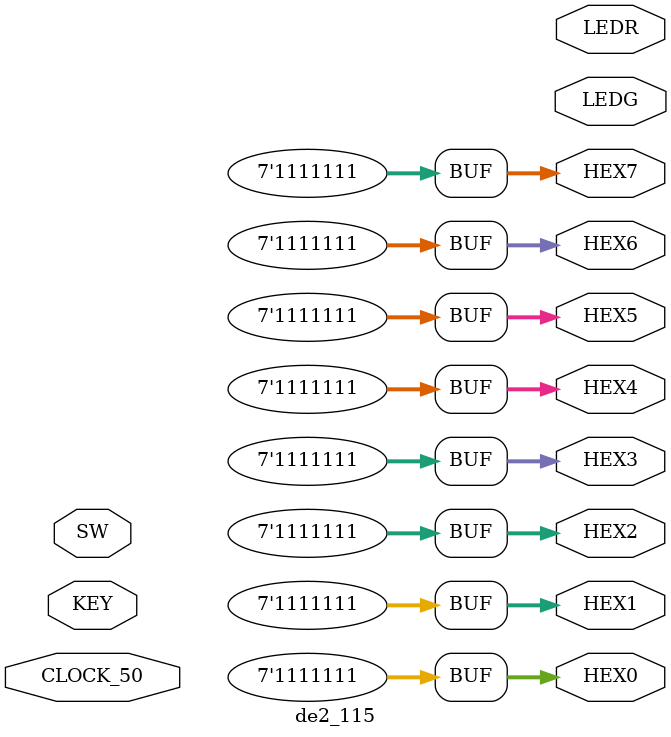
<source format=v>
/*
 * Template file that can be used in many projects
 */

`include "../library.v"

module de2_115
(
  input  wire        CLOCK_50, // Clock
  input  wire [17:0] SW,       // Switches
  input  wire [3:0]  KEY,      // Buttons, 1 when unpressed
  output wire [17:0] LEDR,     // Red leds
  output wire [8:0]  LEDG,     // Green leds
  output wire [6:0]  HEX0,     // 7-segment displays
  output wire [6:0]  HEX1,
  output wire [6:0]  HEX2,
  output wire [6:0]  HEX3,
  output wire [6:0]  HEX4,
  output wire [6:0]  HEX5,
  output wire [6:0]  HEX6,
  output wire [6:0]  HEX7
);
  parameter SEVSEG_OFF = 7'b1111111;

  // 4 buttons sychronization
  wire [3:0] key_pressed;
  de2_115_buttons
  buttons
  (
    .clk(CLOCK_50),
    .buttons(KEY),
    .pressed(key_pressed)
  );

  // 7-segment displays connection
  wire [6:0] digits  [7:0];
  wire [3:0] numbers [7:0];
  genvar i;
  generate
    for (i = 0; i < 8; i = i + 1)
    begin: sevseg_loop
      sevseg ss
      (
        .number(numbers[i]),
        .digit(digits[i])
      );
    end
  endgenerate
  assign HEX0 = SEVSEG_OFF;
  assign HEX1 = SEVSEG_OFF;
  assign HEX2 = SEVSEG_OFF;
  assign HEX3 = SEVSEG_OFF;
  assign HEX4 = SEVSEG_OFF;
  assign HEX5 = SEVSEG_OFF;
  assign HEX6 = SEVSEG_OFF; 
  assign HEX7 = SEVSEG_OFF;
endmodule

</source>
